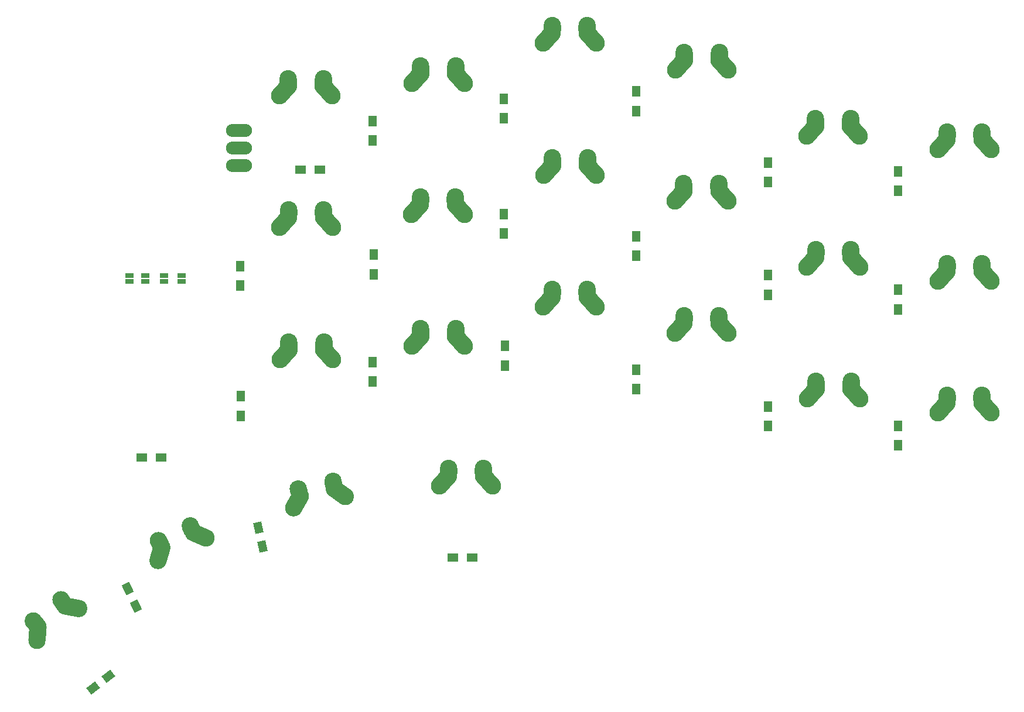
<source format=gbr>
%TF.GenerationSoftware,KiCad,Pcbnew,7.0.6*%
%TF.CreationDate,2024-02-22T22:41:17+11:00*%
%TF.ProjectId,Pteron36v0,50746572-6f6e-4333-9676-302e6b696361,rev?*%
%TF.SameCoordinates,Original*%
%TF.FileFunction,Paste,Bot*%
%TF.FilePolarity,Positive*%
%FSLAX46Y46*%
G04 Gerber Fmt 4.6, Leading zero omitted, Abs format (unit mm)*
G04 Created by KiCad (PCBNEW 7.0.6) date 2024-02-22 22:41:17*
%MOMM*%
%LPD*%
G01*
G04 APERTURE LIST*
G04 Aperture macros list*
%AMHorizOval*
0 Thick line with rounded ends*
0 $1 width*
0 $2 $3 position (X,Y) of the first rounded end (center of the circle)*
0 $4 $5 position (X,Y) of the second rounded end (center of the circle)*
0 Add line between two ends*
20,1,$1,$2,$3,$4,$5,0*
0 Add two circle primitives to create the rounded ends*
1,1,$1,$2,$3*
1,1,$1,$4,$5*%
%AMRotRect*
0 Rectangle, with rotation*
0 The origin of the aperture is its center*
0 $1 length*
0 $2 width*
0 $3 Rotation angle, in degrees counterclockwise*
0 Add horizontal line*
21,1,$1,$2,0,0,$3*%
G04 Aperture macros list end*
%ADD10HorizOval,2.500000X-0.654995X0.730004X0.654995X-0.730004X0*%
%ADD11HorizOval,2.500000X-0.019999X-0.290000X0.019999X0.290000X0*%
%ADD12HorizOval,2.500000X-0.019999X0.290000X0.019999X-0.290000X0*%
%ADD13HorizOval,2.500000X0.654995X0.730004X-0.654995X-0.730004X0*%
%ADD14R,1.200000X1.600000*%
%ADD15HorizOval,2.500000X-0.964041X0.180415X0.964041X-0.180415X0*%
%ADD16HorizOval,2.500000X-0.160675X0.242247X0.160675X-0.242247X0*%
%ADD17HorizOval,2.500000X-0.192407X0.217898X0.192407X-0.217898X0*%
%ADD18HorizOval,2.500000X0.075244X0.977887X-0.075244X-0.977887X0*%
%ADD19HorizOval,2.500000X-0.797471X0.570933X0.797471X-0.570933X0*%
%ADD20HorizOval,2.500000X-0.043243X0.287455X0.043243X-0.287455X0*%
%ADD21HorizOval,2.500000X0.481468X0.854467X-0.481468X-0.854467X0*%
%ADD22HorizOval,2.500000X-0.082293X0.278797X0.082293X-0.278797X0*%
%ADD23R,1.600000X1.200000*%
%ADD24HorizOval,2.500000X-0.902141X0.384796X0.902141X-0.384796X0*%
%ADD25HorizOval,2.500000X-0.104434X0.271281X0.104434X-0.271281X0*%
%ADD26HorizOval,2.500000X-0.140685X0.254377X0.140685X-0.254377X0*%
%ADD27HorizOval,2.500000X0.285114X0.938422X-0.285114X-0.938422X0*%
%ADD28RotRect,1.600000X1.200000X37.500000*%
%ADD29RotRect,1.600000X1.200000X115.000000*%
%ADD30RotRect,1.600000X1.200000X102.500000*%
%ADD31R,1.270000X0.635000*%
%ADD32O,3.759200X1.879600*%
G04 APERTURE END LIST*
D10*
%TO.C,SW25*%
X178811513Y-122220813D03*
D11*
X178176513Y-120700813D03*
D12*
X173136513Y-120700813D03*
D13*
X172501513Y-122220813D03*
%TD*%
D11*
%TO.C,SW7*%
X231209902Y-70071632D03*
D10*
X231844902Y-71591632D03*
D12*
X226169902Y-70071632D03*
D13*
X225534902Y-71591632D03*
%TD*%
D12*
%TO.C,SW3*%
X245169902Y-110171632D03*
D13*
X244534902Y-111691632D03*
D10*
X250844902Y-111691632D03*
D11*
X250209902Y-110171632D03*
%TD*%
D12*
%TO.C,SW2*%
X245169902Y-91121632D03*
D13*
X244534902Y-92641632D03*
D10*
X250844902Y-92641632D03*
D11*
X250209902Y-91121632D03*
%TD*%
D12*
%TO.C,SW1*%
X245169902Y-72071632D03*
D13*
X244534902Y-73591632D03*
D10*
X250844902Y-73591632D03*
D11*
X250209902Y-72071632D03*
%TD*%
D14*
%TO.C,D3*%
X238125000Y-117100000D03*
X238125000Y-114300000D03*
%TD*%
%TO.C,D2*%
X238125000Y-97415000D03*
X238125000Y-94615000D03*
%TD*%
%TO.C,D1*%
X238125000Y-80270000D03*
X238125000Y-77470000D03*
%TD*%
D15*
%TO.C,SW20*%
X118683603Y-140508084D03*
D16*
X117254506Y-139688751D03*
D17*
X113256005Y-142756908D03*
D18*
X113677543Y-144349369D03*
%TD*%
D10*
%TO.C,SW27*%
X155689645Y-84864727D03*
D11*
X155054645Y-83344727D03*
D12*
X150014645Y-83344727D03*
D13*
X149379645Y-84864727D03*
%TD*%
D11*
%TO.C,SW19*%
X193134760Y-94810009D03*
D10*
X193769760Y-96330009D03*
D12*
X188094760Y-94810009D03*
D13*
X187459760Y-96330009D03*
%TD*%
D11*
%TO.C,SW26*%
X155011001Y-64309832D03*
D10*
X155646001Y-65829832D03*
D13*
X149336001Y-65829832D03*
D12*
X149971001Y-64309832D03*
%TD*%
D11*
%TO.C,SW23*%
X174097782Y-81459207D03*
D10*
X174732782Y-82979207D03*
D13*
X168422782Y-82979207D03*
D12*
X169057782Y-81459207D03*
%TD*%
D10*
%TO.C,SW28*%
X155709023Y-103990179D03*
D11*
X155074023Y-102470179D03*
D12*
X150034023Y-102470179D03*
D13*
X149399023Y-103990179D03*
%TD*%
D10*
%TO.C,SW22*%
X174779694Y-63968582D03*
D11*
X174144694Y-62448582D03*
D12*
X169104694Y-62448582D03*
D13*
X168469694Y-63968582D03*
%TD*%
D11*
%TO.C,SW24*%
X174141427Y-100494103D03*
D10*
X174776427Y-102014103D03*
D12*
X169101427Y-100494103D03*
D13*
X168466427Y-102014103D03*
%TD*%
D11*
%TO.C,SW12*%
X212222729Y-60519418D03*
D10*
X212857729Y-62039418D03*
D12*
X207182729Y-60519418D03*
D13*
X206547729Y-62039418D03*
%TD*%
D19*
%TO.C,SW10*%
X157377854Y-123938379D03*
D20*
X156428918Y-122591848D03*
D21*
X151217427Y-125304113D03*
D22*
X151508386Y-123682704D03*
%TD*%
D11*
%TO.C,SW9*%
X231297191Y-108141435D03*
D10*
X231932191Y-109661435D03*
D13*
X225622191Y-109661435D03*
D12*
X226257191Y-108141435D03*
%TD*%
D11*
%TO.C,SW8*%
X231253550Y-89106534D03*
D10*
X231888550Y-90626534D03*
D12*
X226213550Y-89106534D03*
D13*
X225578550Y-90626534D03*
%TD*%
D14*
%TO.C,D22*%
X162114161Y-70181297D03*
X162114161Y-72981297D03*
%TD*%
%TO.C,D19*%
X181289170Y-102741131D03*
X181289170Y-105541131D03*
%TD*%
D23*
%TO.C,D26*%
X151718369Y-77212943D03*
X154518369Y-77212943D03*
%TD*%
D14*
%TO.C,D28*%
X143092015Y-110021782D03*
X143092015Y-112821782D03*
%TD*%
%TO.C,D27*%
X142999847Y-91168004D03*
X142999847Y-93968004D03*
%TD*%
%TO.C,D14*%
X200213177Y-106207103D03*
X200213177Y-109007103D03*
%TD*%
%TO.C,D24*%
X162104377Y-105108300D03*
X162104377Y-107908300D03*
%TD*%
%TO.C,D9*%
X219320188Y-111531435D03*
X219320188Y-114331435D03*
%TD*%
D11*
%TO.C,SW17*%
X193162292Y-56673929D03*
D10*
X193797292Y-58193929D03*
D12*
X188122292Y-56673929D03*
D13*
X187487292Y-58193929D03*
%TD*%
D14*
%TO.C,D13*%
X200242334Y-86900540D03*
X200242334Y-89700540D03*
%TD*%
D24*
%TO.C,SW15*%
X137132048Y-130172686D03*
D25*
X135914163Y-129063461D03*
D26*
X131346372Y-131193457D03*
D27*
X131413246Y-132839407D03*
%TD*%
D11*
%TO.C,SW14*%
X212195192Y-98655490D03*
D10*
X212830192Y-100175490D03*
D12*
X207155192Y-98655490D03*
D13*
X206520192Y-100175490D03*
%TD*%
D14*
%TO.C,D17*%
X181083769Y-66999142D03*
X181083769Y-69799142D03*
%TD*%
%TO.C,D8*%
X219320189Y-92496535D03*
X219320189Y-95296535D03*
%TD*%
D11*
%TO.C,SW18*%
X193181675Y-75799380D03*
D10*
X193816675Y-77319380D03*
D13*
X187506675Y-77319380D03*
D12*
X188141675Y-75799380D03*
%TD*%
D14*
%TO.C,D23*%
X162266117Y-89536384D03*
X162266117Y-92336384D03*
%TD*%
%TO.C,D18*%
X181083770Y-83636143D03*
X181083770Y-86436143D03*
%TD*%
%TO.C,D12*%
X200242333Y-65910000D03*
X200242333Y-68710000D03*
%TD*%
%TO.C,D7*%
X219320190Y-76192116D03*
X219320190Y-78992116D03*
%TD*%
D23*
%TO.C,D_RE1*%
X128769999Y-118884001D03*
X131569999Y-118884001D03*
%TD*%
D11*
%TO.C,SW13*%
X212175820Y-79530046D03*
D10*
X212810820Y-81050046D03*
D12*
X207135820Y-79530046D03*
D13*
X206500820Y-81050046D03*
%TD*%
D23*
%TO.C,D25*%
X176548514Y-133364814D03*
X173748514Y-133364814D03*
%TD*%
D28*
%TO.C,D20*%
X123935209Y-150546547D03*
X121713819Y-152251079D03*
%TD*%
D29*
%TO.C,D15*%
X126771101Y-137869312D03*
X127954433Y-140406974D03*
%TD*%
D30*
%TO.C,D10*%
X145601754Y-129008327D03*
X146207784Y-131741955D03*
%TD*%
D31*
%TO.C,JP5*%
X134500169Y-92511363D03*
X134500169Y-93410523D03*
%TD*%
%TO.C,JP6*%
X131960168Y-92511364D03*
X131960168Y-93410524D03*
%TD*%
%TO.C,JP7*%
X129293169Y-92511364D03*
X129293169Y-93410524D03*
%TD*%
%TO.C,JP8*%
X127007168Y-92511364D03*
X127007168Y-93410524D03*
%TD*%
D32*
%TO.C,PWM_PAD1*%
X142856770Y-71574144D03*
X142856770Y-74114144D03*
X142856770Y-76654144D03*
%TD*%
M02*

</source>
